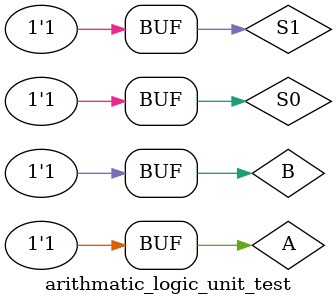
<source format=v>
`timescale 1ns / 1ps


module arithmatic_logic_unit_test;

	// Inputs
	reg A;
	reg B;
	reg S1;
	reg S0;

	// Outputs
	wire F1;
	wire F2;
	wire F3;
	wire F4;

	// Instantiate the Unit Under Test (UUT)
	arithmatic_logic_unit uut (
		.A(A), 
		.B(B), 
		.S1(S1), 
		.S0(S0), 
		.F1(F1), 
		.F2(F2), 
		.F3(F3), 
		.F4(F4)
	);

	initial begin
		// Initialize Inputs
		S1 = 0;S0 = 0;
		A = 0;B = 0;#100;
		A = 0;B = 1;#100;
		A = 1;B = 0;#100;
		A = 1;B = 1;#100;
		
		S1 = 0;S0 = 1;
		A = 0;B = 0;#100;
		A = 0;B = 1;#100;
		A = 1;B = 0;#100;
		A = 1;B = 1;#100;
		
		S1 = 1;S0 = 0;
		A = 0;B = 0;#100;
		A = 0;B = 1;#100;
		A = 1;B = 0;#100;
		A = 1;B = 1;#100;
		
		S1 = 1;S0 = 1;
		A = 0;B = 0;#100;
		A = 0;B = 1;#100;
		A = 1;B = 0;#100;
		A = 1;B = 1;#100;
		
	end
      
endmodule


</source>
